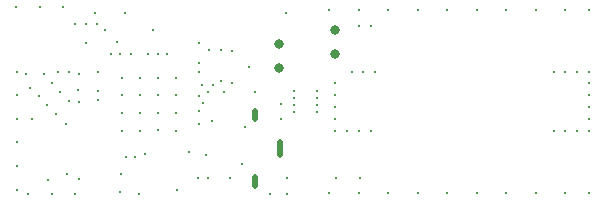
<source format=gbr>
%TF.GenerationSoftware,KiCad,Pcbnew,5.1.6-c6e7f7d~87~ubuntu18.04.1*%
%TF.CreationDate,2020-08-02T20:24:01+02:00*%
%TF.ProjectId,SKnob,534b6e6f-622e-46b6-9963-61645f706362,1.0*%
%TF.SameCoordinates,Original*%
%TF.FileFunction,Plated,1,4,PTH,Mixed*%
%TF.FilePolarity,Positive*%
%FSLAX46Y46*%
G04 Gerber Fmt 4.6, Leading zero omitted, Abs format (unit mm)*
G04 Created by KiCad (PCBNEW 5.1.6-c6e7f7d~87~ubuntu18.04.1) date 2020-08-02 20:24:01*
%MOMM*%
%LPD*%
G01*
G04 APERTURE LIST*
%TA.AperFunction,ViaDrill*%
%ADD10C,0.300000*%
%TD*%
G04 aperture for slot hole*
%TA.AperFunction,ComponentDrill*%
%ADD11C,0.500000*%
%TD*%
%TA.AperFunction,ComponentDrill*%
%ADD12C,0.800000*%
%TD*%
G04 APERTURE END LIST*
D10*
X103500000Y-72500000D03*
X103600000Y-78000000D03*
X103600000Y-80000000D03*
X103600000Y-82000000D03*
X103600000Y-84000000D03*
X103600000Y-86000000D03*
X103600000Y-88000000D03*
X104300000Y-78200000D03*
X104500000Y-88400000D03*
X104650000Y-79350000D03*
X104800000Y-82000000D03*
X105400000Y-80100000D03*
X105500000Y-72500000D03*
X105850000Y-78200000D03*
X106150000Y-80850000D03*
X106200000Y-87200000D03*
X106500000Y-79000000D03*
X106500000Y-88400000D03*
X106900000Y-81600000D03*
X107000000Y-78000000D03*
X107250000Y-79750000D03*
X107500000Y-72500000D03*
X107699998Y-82400000D03*
X107780000Y-86700000D03*
X108000000Y-78000000D03*
X108000000Y-80500000D03*
X108500000Y-74000000D03*
X108500000Y-88400000D03*
X108700000Y-79580000D03*
X108800000Y-78200000D03*
X108800000Y-87100000D03*
X108815008Y-80585000D03*
X109400000Y-75600000D03*
X109400002Y-73999996D03*
X110200000Y-73000000D03*
X110300000Y-74000000D03*
X110400000Y-79600000D03*
X110400000Y-80400000D03*
X110465589Y-78015589D03*
X110991954Y-74491954D03*
X111500000Y-76500000D03*
X112000000Y-75500000D03*
X112250000Y-76500000D03*
X112300000Y-88200000D03*
X112400000Y-86700000D03*
X112500000Y-78500000D03*
X112500000Y-80000000D03*
X112500000Y-81500000D03*
X112500000Y-83000000D03*
X112700010Y-72999990D03*
X112800000Y-85200000D03*
X113200000Y-76500000D03*
X113600000Y-85200000D03*
X113899998Y-88400000D03*
X113965000Y-81465000D03*
X114000000Y-78500000D03*
X114000000Y-80000000D03*
X114000000Y-83000000D03*
X114400000Y-85000000D03*
X114700000Y-76500000D03*
X115099981Y-74500007D03*
X115500000Y-78500000D03*
X115500000Y-80000000D03*
X115520189Y-76520189D03*
X115520189Y-81479811D03*
X115520189Y-82979811D03*
X116300000Y-76500000D03*
X117000000Y-78500000D03*
X117000000Y-80000000D03*
X117000000Y-81500000D03*
X117000000Y-83000000D03*
X117100000Y-88000000D03*
X118100000Y-84800000D03*
X118900000Y-87000000D03*
X118989433Y-82462736D03*
X118989471Y-78057303D03*
X119000000Y-75600000D03*
X119000000Y-77300000D03*
X119000000Y-81300000D03*
X119008986Y-80050012D03*
X119200000Y-79100000D03*
X119344652Y-80664296D03*
X119539454Y-85029089D03*
X119699996Y-79700000D03*
X119700000Y-87000000D03*
X119800000Y-76200000D03*
X120100004Y-82199996D03*
X120125504Y-79100000D03*
X120800000Y-76200000D03*
X120869478Y-78795509D03*
X121100000Y-79700000D03*
X121600000Y-87000000D03*
X121750000Y-76250000D03*
X121750000Y-78950000D03*
X122600000Y-85800000D03*
X122904439Y-82689862D03*
X123200000Y-77599998D03*
X123699994Y-79700000D03*
X125000000Y-88400000D03*
X125900000Y-80750000D03*
X125900000Y-82000000D03*
X126375000Y-73050000D03*
X126400000Y-87000000D03*
X126400000Y-88400000D03*
X127000000Y-79600000D03*
X127000000Y-80200000D03*
X127000000Y-80800000D03*
X127000000Y-81400000D03*
X129000000Y-79600000D03*
X129000000Y-80200000D03*
X129000000Y-80800000D03*
X129000000Y-81400000D03*
X130000000Y-72750000D03*
X130000000Y-88250000D03*
X130500000Y-79000000D03*
X130500000Y-80000000D03*
X130500000Y-81000000D03*
X130500000Y-82000000D03*
X130500000Y-83000000D03*
X130600000Y-87000000D03*
X131500000Y-83000000D03*
X131900000Y-78000000D03*
X132500000Y-72750000D03*
X132500000Y-74100000D03*
X132500000Y-83000000D03*
X132500000Y-88250000D03*
X132600000Y-87000000D03*
X132900000Y-78000000D03*
X133500000Y-74100000D03*
X133500000Y-83000000D03*
X133900000Y-78000000D03*
X135000000Y-72750000D03*
X135000000Y-88250000D03*
X137500000Y-72750000D03*
X137500000Y-88250000D03*
X140000000Y-72750000D03*
X140000000Y-88250000D03*
X142500000Y-72750000D03*
X142500000Y-88250000D03*
X145000000Y-72750000D03*
X145000000Y-88250000D03*
X147500000Y-72750000D03*
X147500000Y-88250000D03*
X149000000Y-78000000D03*
X149000000Y-83000000D03*
X150000000Y-72750000D03*
X150000000Y-78000000D03*
X150000000Y-83000000D03*
X150000000Y-88250000D03*
X151000000Y-78000000D03*
X151000000Y-83000000D03*
X152000000Y-72750000D03*
X152000000Y-78000000D03*
X152000000Y-79000000D03*
X152000000Y-80000000D03*
X152000000Y-81000000D03*
X152000000Y-82000000D03*
X152000000Y-83000000D03*
X152000000Y-88250000D03*
D11*
%TO.C,J1*%
X123725000Y-81350000D02*
X123725000Y-82050000D01*
X123725000Y-86950000D02*
X123725000Y-87650000D01*
X125875000Y-83950000D02*
X125875000Y-85050000D01*
D12*
%TO.C,J2*%
X125750000Y-75700000D03*
X125750000Y-77700000D03*
%TO.C,J3*%
X130500000Y-74500000D03*
X130500000Y-76500000D03*
M02*

</source>
